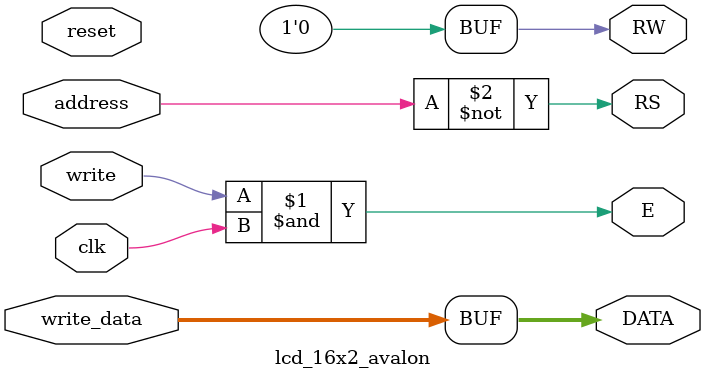
<source format=sv>
module lcd_16x2_avalon(
    input clk, reset,
    input write,
    input address,
    input[7:0] write_data,

    output RS,
    output RW,
    output E,
    output[7:0] DATA
);

    assign E = write&clk;
    assign RS = ~address;
    assign DATA = write_data;
    assign RW = 0;

    /*
    
    reg rw;
    reg data_available = 0;
    reg write_done = 0;
    reg[7:0] data;    
    reg[7:0] data_output;
    reg[1:0] counter;

    always_ff @(posedge clk, posedge reset) begin
        if(reset) begin
            rw = 0;
            data = 0;
        end
        else begin
            if(write) begin
                rw <= ~address;
                data <= write_data;
            end
        end
    end*/

endmodule

/*
    always_ff @(posedge clk, posedge write_done, posedge reset) begin
        if(write_done|reset) begin
            data_available = 0;
        end
        else begin
            if(write) begin
                data_available <= 1;
            end
        end
    end

    always_ff @(posedge clk_slow, posedge write) begin
        if(write) begin
            write_done = 0;
            counter = 0;
        end
        else if(data_available) begin
            counter <= counter+1;
            
            if(counter == 1) begin
                write_done <= 1;
                data_output <= data;
            end
            else begin
                write_done <= 0;
            end
                
        end
    end
*/
/*
    rs <= '0';
    data <= x"38"; -- 8 bit / 2 lines
    data <= x"0E"; -- blinking-block cursor
    data <= x"80"; -- cursor to 0,0
    data <= x"01"; -- clear display
    state <= data0;
    rs <= '0';
*/
</source>
